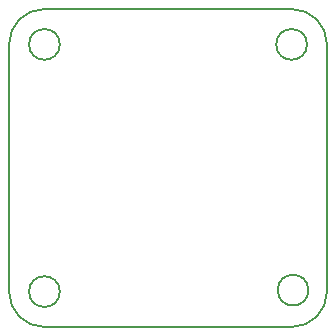
<source format=gbr>
%TF.GenerationSoftware,KiCad,Pcbnew,8.0.6*%
%TF.CreationDate,2024-10-29T20:24:31-04:00*%
%TF.ProjectId,Pyro-Controller,5079726f-2d43-46f6-9e74-726f6c6c6572,rev?*%
%TF.SameCoordinates,Original*%
%TF.FileFunction,Profile,NP*%
%FSLAX46Y46*%
G04 Gerber Fmt 4.6, Leading zero omitted, Abs format (unit mm)*
G04 Created by KiCad (PCBNEW 8.0.6) date 2024-10-29 20:24:31*
%MOMM*%
%LPD*%
G01*
G04 APERTURE LIST*
%TA.AperFunction,Profile*%
%ADD10C,0.160000*%
%TD*%
G04 APERTURE END LIST*
D10*
X26622000Y-17519742D02*
X47552258Y-17519742D01*
X47552258Y-44450000D02*
X26622000Y-44450000D01*
X50552258Y-41450000D02*
G75*
G02*
X47552258Y-44449958I-2999958J0D01*
G01*
X23622000Y-41450000D02*
X23622000Y-20519742D01*
X50552258Y-20519742D02*
X50552258Y-41450000D01*
X47552258Y-17519742D02*
G75*
G02*
X50552258Y-20519742I42J-2999958D01*
G01*
X26622000Y-44450000D02*
G75*
G02*
X23622000Y-41450000I0J3000000D01*
G01*
X48852258Y-20519742D02*
G75*
G02*
X46252258Y-20519742I-1300000J0D01*
G01*
X46252258Y-20519742D02*
G75*
G02*
X48852258Y-20519742I1300000J0D01*
G01*
X48973000Y-41323000D02*
G75*
G02*
X46373000Y-41323000I-1300000J0D01*
G01*
X46373000Y-41323000D02*
G75*
G02*
X48973000Y-41323000I1300000J0D01*
G01*
X27922000Y-41450000D02*
G75*
G02*
X25322000Y-41450000I-1300000J0D01*
G01*
X25322000Y-41450000D02*
G75*
G02*
X27922000Y-41450000I1300000J0D01*
G01*
X27922000Y-20519742D02*
G75*
G02*
X25322000Y-20519742I-1300000J0D01*
G01*
X25322000Y-20519742D02*
G75*
G02*
X27922000Y-20519742I1300000J0D01*
G01*
X23622000Y-20519742D02*
G75*
G02*
X26622000Y-17519740I3000000J2D01*
G01*
M02*

</source>
